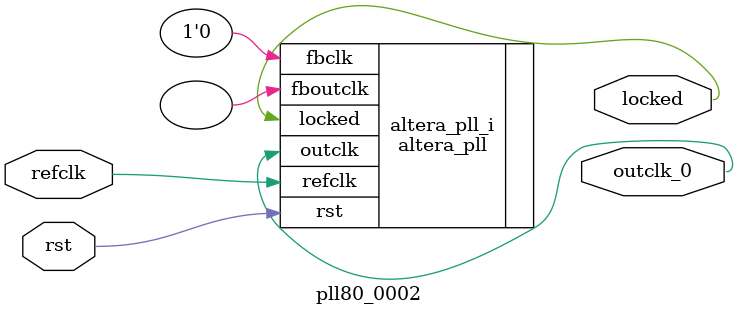
<source format=v>
`timescale 1ns/10ps
module  pll80_0002(

	// interface 'refclk'
	input wire refclk,

	// interface 'reset'
	input wire rst,

	// interface 'outclk0'
	output wire outclk_0,

	// interface 'locked'
	output wire locked
);

	altera_pll #(
		.fractional_vco_multiplier("false"),
		.reference_clock_frequency("50.0 MHz"),
		.operation_mode("direct"),
		.number_of_clocks(1),
		.output_clock_frequency0("80.000000 MHz"),
		.phase_shift0("0 ps"),
		.duty_cycle0(50),
		.output_clock_frequency1("0 MHz"),
		.phase_shift1("0 ps"),
		.duty_cycle1(50),
		.output_clock_frequency2("0 MHz"),
		.phase_shift2("0 ps"),
		.duty_cycle2(50),
		.output_clock_frequency3("0 MHz"),
		.phase_shift3("0 ps"),
		.duty_cycle3(50),
		.output_clock_frequency4("0 MHz"),
		.phase_shift4("0 ps"),
		.duty_cycle4(50),
		.output_clock_frequency5("0 MHz"),
		.phase_shift5("0 ps"),
		.duty_cycle5(50),
		.output_clock_frequency6("0 MHz"),
		.phase_shift6("0 ps"),
		.duty_cycle6(50),
		.output_clock_frequency7("0 MHz"),
		.phase_shift7("0 ps"),
		.duty_cycle7(50),
		.output_clock_frequency8("0 MHz"),
		.phase_shift8("0 ps"),
		.duty_cycle8(50),
		.output_clock_frequency9("0 MHz"),
		.phase_shift9("0 ps"),
		.duty_cycle9(50),
		.output_clock_frequency10("0 MHz"),
		.phase_shift10("0 ps"),
		.duty_cycle10(50),
		.output_clock_frequency11("0 MHz"),
		.phase_shift11("0 ps"),
		.duty_cycle11(50),
		.output_clock_frequency12("0 MHz"),
		.phase_shift12("0 ps"),
		.duty_cycle12(50),
		.output_clock_frequency13("0 MHz"),
		.phase_shift13("0 ps"),
		.duty_cycle13(50),
		.output_clock_frequency14("0 MHz"),
		.phase_shift14("0 ps"),
		.duty_cycle14(50),
		.output_clock_frequency15("0 MHz"),
		.phase_shift15("0 ps"),
		.duty_cycle15(50),
		.output_clock_frequency16("0 MHz"),
		.phase_shift16("0 ps"),
		.duty_cycle16(50),
		.output_clock_frequency17("0 MHz"),
		.phase_shift17("0 ps"),
		.duty_cycle17(50),
		.pll_type("General"),
		.pll_subtype("General")
	) altera_pll_i (
		.rst	(rst),
		.outclk	({outclk_0}),
		.locked	(locked),
		.fboutclk	( ),
		.fbclk	(1'b0),
		.refclk	(refclk)
	);
endmodule


</source>
